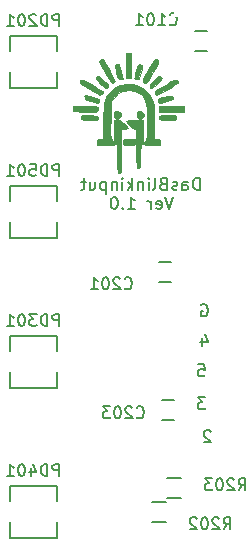
<source format=gbo>
G04 #@! TF.FileFunction,Legend,Bot*
%FSLAX46Y46*%
G04 Gerber Fmt 4.6, Leading zero omitted, Abs format (unit mm)*
G04 Created by KiCad (PCBNEW 0.201505220134+5676~23~ubuntu14.04.1-product) date Mon 25 May 2015 02:30:49 PM EDT*
%MOMM*%
G01*
G04 APERTURE LIST*
%ADD10C,0.100000*%
%ADD11C,0.203200*%
%ADD12C,0.150000*%
%ADD13R,1.500000X1.250000*%
%ADD14R,2.032000X2.032000*%
%ADD15O,2.032000X2.032000*%
%ADD16R,1.500000X1.300000*%
%ADD17R,4.200000X1.800000*%
%ADD18R,2.032000X1.727200*%
%ADD19O,2.032000X1.727200*%
%ADD20R,2.235200X2.235200*%
%ADD21C,2.000000*%
%ADD22O,2.200000X2.200000*%
G04 APERTURE END LIST*
D10*
D11*
X98406856Y-84736819D02*
X98406856Y-83720819D01*
X98164951Y-83720819D01*
X98019809Y-83769200D01*
X97923047Y-83865962D01*
X97874666Y-83962724D01*
X97826285Y-84156248D01*
X97826285Y-84301390D01*
X97874666Y-84494914D01*
X97923047Y-84591676D01*
X98019809Y-84688438D01*
X98164951Y-84736819D01*
X98406856Y-84736819D01*
X96955428Y-84736819D02*
X96955428Y-84204629D01*
X97003809Y-84107867D01*
X97100571Y-84059486D01*
X97294094Y-84059486D01*
X97390856Y-84107867D01*
X96955428Y-84688438D02*
X97052190Y-84736819D01*
X97294094Y-84736819D01*
X97390856Y-84688438D01*
X97439237Y-84591676D01*
X97439237Y-84494914D01*
X97390856Y-84398152D01*
X97294094Y-84349771D01*
X97052190Y-84349771D01*
X96955428Y-84301390D01*
X96519999Y-84688438D02*
X96423237Y-84736819D01*
X96229713Y-84736819D01*
X96132952Y-84688438D01*
X96084571Y-84591676D01*
X96084571Y-84543295D01*
X96132952Y-84446533D01*
X96229713Y-84398152D01*
X96374856Y-84398152D01*
X96471618Y-84349771D01*
X96519999Y-84253010D01*
X96519999Y-84204629D01*
X96471618Y-84107867D01*
X96374856Y-84059486D01*
X96229713Y-84059486D01*
X96132952Y-84107867D01*
X95310476Y-84204629D02*
X95165333Y-84253010D01*
X95116952Y-84301390D01*
X95068571Y-84398152D01*
X95068571Y-84543295D01*
X95116952Y-84640057D01*
X95165333Y-84688438D01*
X95262095Y-84736819D01*
X95649142Y-84736819D01*
X95649142Y-83720819D01*
X95310476Y-83720819D01*
X95213714Y-83769200D01*
X95165333Y-83817581D01*
X95116952Y-83914343D01*
X95116952Y-84011105D01*
X95165333Y-84107867D01*
X95213714Y-84156248D01*
X95310476Y-84204629D01*
X95649142Y-84204629D01*
X94487999Y-84736819D02*
X94584761Y-84688438D01*
X94633142Y-84591676D01*
X94633142Y-83720819D01*
X94100952Y-84736819D02*
X94100952Y-84059486D01*
X94100952Y-83720819D02*
X94149333Y-83769200D01*
X94100952Y-83817581D01*
X94052571Y-83769200D01*
X94100952Y-83720819D01*
X94100952Y-83817581D01*
X93617142Y-84059486D02*
X93617142Y-84736819D01*
X93617142Y-84156248D02*
X93568761Y-84107867D01*
X93471999Y-84059486D01*
X93326857Y-84059486D01*
X93230095Y-84107867D01*
X93181714Y-84204629D01*
X93181714Y-84736819D01*
X92697904Y-84736819D02*
X92697904Y-83720819D01*
X92601142Y-84349771D02*
X92310857Y-84736819D01*
X92310857Y-84059486D02*
X92697904Y-84446533D01*
X91875428Y-84736819D02*
X91875428Y-84059486D01*
X91875428Y-83720819D02*
X91923809Y-83769200D01*
X91875428Y-83817581D01*
X91827047Y-83769200D01*
X91875428Y-83720819D01*
X91875428Y-83817581D01*
X91391618Y-84059486D02*
X91391618Y-84736819D01*
X91391618Y-84156248D02*
X91343237Y-84107867D01*
X91246475Y-84059486D01*
X91101333Y-84059486D01*
X91004571Y-84107867D01*
X90956190Y-84204629D01*
X90956190Y-84736819D01*
X90472380Y-84059486D02*
X90472380Y-85075486D01*
X90472380Y-84107867D02*
X90375618Y-84059486D01*
X90182095Y-84059486D01*
X90085333Y-84107867D01*
X90036952Y-84156248D01*
X89988571Y-84253010D01*
X89988571Y-84543295D01*
X90036952Y-84640057D01*
X90085333Y-84688438D01*
X90182095Y-84736819D01*
X90375618Y-84736819D01*
X90472380Y-84688438D01*
X89117714Y-84059486D02*
X89117714Y-84736819D01*
X89553142Y-84059486D02*
X89553142Y-84591676D01*
X89504761Y-84688438D01*
X89407999Y-84736819D01*
X89262857Y-84736819D01*
X89166095Y-84688438D01*
X89117714Y-84640057D01*
X88779047Y-84059486D02*
X88391999Y-84059486D01*
X88633904Y-83720819D02*
X88633904Y-84591676D01*
X88585523Y-84688438D01*
X88488761Y-84736819D01*
X88391999Y-84736819D01*
X96157142Y-85346419D02*
X95818475Y-86362419D01*
X95479809Y-85346419D01*
X94754095Y-86314038D02*
X94850857Y-86362419D01*
X95044380Y-86362419D01*
X95141142Y-86314038D01*
X95189523Y-86217276D01*
X95189523Y-85830229D01*
X95141142Y-85733467D01*
X95044380Y-85685086D01*
X94850857Y-85685086D01*
X94754095Y-85733467D01*
X94705714Y-85830229D01*
X94705714Y-85926990D01*
X95189523Y-86023752D01*
X94270285Y-86362419D02*
X94270285Y-85685086D01*
X94270285Y-85878610D02*
X94221904Y-85781848D01*
X94173523Y-85733467D01*
X94076761Y-85685086D01*
X93980000Y-85685086D01*
X92335048Y-86362419D02*
X92915619Y-86362419D01*
X92625333Y-86362419D02*
X92625333Y-85346419D01*
X92722095Y-85491562D01*
X92818857Y-85588324D01*
X92915619Y-85636705D01*
X91899619Y-86265657D02*
X91851238Y-86314038D01*
X91899619Y-86362419D01*
X91948000Y-86314038D01*
X91899619Y-86265657D01*
X91899619Y-86362419D01*
X91222285Y-85346419D02*
X91125524Y-85346419D01*
X91028762Y-85394800D01*
X90980381Y-85443181D01*
X90932000Y-85539943D01*
X90883619Y-85733467D01*
X90883619Y-85975371D01*
X90932000Y-86168895D01*
X90980381Y-86265657D01*
X91028762Y-86314038D01*
X91125524Y-86362419D01*
X91222285Y-86362419D01*
X91319047Y-86314038D01*
X91367428Y-86265657D01*
X91415809Y-86168895D01*
X91464190Y-85975371D01*
X91464190Y-85733467D01*
X91415809Y-85539943D01*
X91367428Y-85443181D01*
X91319047Y-85394800D01*
X91222285Y-85346419D01*
X98539905Y-94488000D02*
X98636667Y-94439619D01*
X98781810Y-94439619D01*
X98926952Y-94488000D01*
X99023714Y-94584762D01*
X99072095Y-94681524D01*
X99120476Y-94875048D01*
X99120476Y-95020190D01*
X99072095Y-95213714D01*
X99023714Y-95310476D01*
X98926952Y-95407238D01*
X98781810Y-95455619D01*
X98685048Y-95455619D01*
X98539905Y-95407238D01*
X98491524Y-95358857D01*
X98491524Y-95020190D01*
X98685048Y-95020190D01*
X98612476Y-97318286D02*
X98612476Y-97995619D01*
X98854380Y-96931238D02*
X99096285Y-97656952D01*
X98467333Y-97656952D01*
X98310095Y-99519619D02*
X98793904Y-99519619D01*
X98842285Y-100003429D01*
X98793904Y-99955048D01*
X98697142Y-99906667D01*
X98455238Y-99906667D01*
X98358476Y-99955048D01*
X98310095Y-100003429D01*
X98261714Y-100100190D01*
X98261714Y-100342095D01*
X98310095Y-100438857D01*
X98358476Y-100487238D01*
X98455238Y-100535619D01*
X98697142Y-100535619D01*
X98793904Y-100487238D01*
X98842285Y-100438857D01*
X98890666Y-102313619D02*
X98261714Y-102313619D01*
X98600380Y-102700667D01*
X98455238Y-102700667D01*
X98358476Y-102749048D01*
X98310095Y-102797429D01*
X98261714Y-102894190D01*
X98261714Y-103136095D01*
X98310095Y-103232857D01*
X98358476Y-103281238D01*
X98455238Y-103329619D01*
X98745523Y-103329619D01*
X98842285Y-103281238D01*
X98890666Y-103232857D01*
X99350285Y-105204381D02*
X99301904Y-105156000D01*
X99205142Y-105107619D01*
X98963238Y-105107619D01*
X98866476Y-105156000D01*
X98818095Y-105204381D01*
X98769714Y-105301143D01*
X98769714Y-105397905D01*
X98818095Y-105543048D01*
X99398666Y-106123619D01*
X98769714Y-106123619D01*
D12*
X98052000Y-71286000D02*
X99052000Y-71286000D01*
X99052000Y-72986000D02*
X98052000Y-72986000D01*
X95004000Y-90844000D02*
X96004000Y-90844000D01*
X96004000Y-92544000D02*
X95004000Y-92544000D01*
X96258000Y-104228000D02*
X95258000Y-104228000D01*
X95258000Y-102528000D02*
X96258000Y-102528000D01*
X96866000Y-109107000D02*
X95666000Y-109107000D01*
X95666000Y-110857000D02*
X96866000Y-110857000D01*
X94396000Y-112889000D02*
X95596000Y-112889000D01*
X95596000Y-111139000D02*
X94396000Y-111139000D01*
X82328000Y-76114000D02*
X82328000Y-71714000D01*
X82328000Y-71714000D02*
X86328000Y-71714000D01*
X86328000Y-76114000D02*
X86328000Y-71714000D01*
X82328000Y-76114000D02*
X86328000Y-76114000D01*
X82328000Y-101514000D02*
X82328000Y-97114000D01*
X82328000Y-97114000D02*
X86328000Y-97114000D01*
X86328000Y-101514000D02*
X86328000Y-97114000D01*
X82328000Y-101514000D02*
X86328000Y-101514000D01*
X82328000Y-114214000D02*
X82328000Y-109814000D01*
X82328000Y-109814000D02*
X86328000Y-109814000D01*
X86328000Y-114214000D02*
X86328000Y-109814000D01*
X82328000Y-114214000D02*
X86328000Y-114214000D01*
X82328000Y-88814000D02*
X82328000Y-84414000D01*
X82328000Y-84414000D02*
X86328000Y-84414000D01*
X86328000Y-88814000D02*
X86328000Y-84414000D01*
X82328000Y-88814000D02*
X86328000Y-88814000D01*
D10*
G36*
X89746666Y-80941333D02*
X90508666Y-80941333D01*
X90901413Y-80931717D01*
X91159945Y-80904118D01*
X91268321Y-80860413D01*
X91270666Y-80851669D01*
X91322536Y-80801103D01*
X91355333Y-80814333D01*
X91388480Y-80917315D01*
X91414664Y-81165812D01*
X91432309Y-81536094D01*
X91439839Y-82004429D01*
X91440000Y-82089330D01*
X91441188Y-82566861D01*
X91447118Y-82900692D01*
X91461340Y-83116453D01*
X91487403Y-83239771D01*
X91528857Y-83296277D01*
X91589251Y-83311599D01*
X91609333Y-83312000D01*
X91664579Y-83305787D01*
X91706288Y-83273256D01*
X91736360Y-83193567D01*
X91756696Y-83045880D01*
X91769194Y-82809355D01*
X91775755Y-82463152D01*
X91778278Y-81986431D01*
X91778666Y-81454444D01*
X91778666Y-79596888D01*
X92071428Y-79570610D01*
X92364190Y-79544333D01*
X92064406Y-79184500D01*
X91860121Y-78964572D01*
X91688361Y-78855893D01*
X91494029Y-78824809D01*
X91475311Y-78824666D01*
X91186000Y-78824666D01*
X91186000Y-79756000D01*
X91186000Y-80687333D01*
X91011485Y-80512818D01*
X90949775Y-80442289D01*
X90905250Y-80355731D01*
X90875710Y-80227575D01*
X90858954Y-80032252D01*
X90852782Y-79744194D01*
X90854992Y-79337831D01*
X90863319Y-78791441D01*
X90889666Y-77244578D01*
X91134483Y-76923894D01*
X91495468Y-76580942D01*
X91932307Y-76371693D01*
X92410085Y-76301770D01*
X92893889Y-76376796D01*
X93307232Y-76573971D01*
X93529301Y-76740255D01*
X93697051Y-76923175D01*
X93817828Y-77148495D01*
X93898981Y-77441977D01*
X93947859Y-77829385D01*
X93971810Y-78336481D01*
X93978140Y-78926137D01*
X93978021Y-79446221D01*
X93973709Y-79824860D01*
X93961643Y-80089939D01*
X93938258Y-80269345D01*
X93899992Y-80390966D01*
X93843283Y-80482687D01*
X93768333Y-80568334D01*
X93628968Y-80736709D01*
X93558698Y-80856840D01*
X93556666Y-80869029D01*
X93635019Y-80900869D01*
X93844896Y-80925555D01*
X94148525Y-80939504D01*
X94318666Y-80941333D01*
X95080666Y-80941333D01*
X95080666Y-80687333D01*
X95059687Y-80507425D01*
X94960727Y-80441114D01*
X94826666Y-80433333D01*
X94572666Y-80433333D01*
X94572194Y-79057500D01*
X94567430Y-78444749D01*
X94549730Y-77969863D01*
X94513270Y-77601524D01*
X94452223Y-77308413D01*
X94360767Y-77059211D01*
X94233075Y-76822600D01*
X94125886Y-76657778D01*
X93739368Y-76226212D01*
X93276329Y-75929969D01*
X92763723Y-75770333D01*
X92228506Y-75748586D01*
X91697632Y-75866013D01*
X91198055Y-76123895D01*
X90778523Y-76498414D01*
X90603426Y-76714932D01*
X90471709Y-76931730D01*
X90377395Y-77177143D01*
X90314510Y-77479509D01*
X90277078Y-77867163D01*
X90259124Y-78368442D01*
X90254666Y-78982656D01*
X90254666Y-80433333D01*
X90000666Y-80433333D01*
X89820758Y-80454312D01*
X89754448Y-80553273D01*
X89746666Y-80687333D01*
X89746666Y-80941333D01*
X89746666Y-80941333D01*
X89746666Y-80941333D01*
G37*
X89746666Y-80941333D02*
X90508666Y-80941333D01*
X90901413Y-80931717D01*
X91159945Y-80904118D01*
X91268321Y-80860413D01*
X91270666Y-80851669D01*
X91322536Y-80801103D01*
X91355333Y-80814333D01*
X91388480Y-80917315D01*
X91414664Y-81165812D01*
X91432309Y-81536094D01*
X91439839Y-82004429D01*
X91440000Y-82089330D01*
X91441188Y-82566861D01*
X91447118Y-82900692D01*
X91461340Y-83116453D01*
X91487403Y-83239771D01*
X91528857Y-83296277D01*
X91589251Y-83311599D01*
X91609333Y-83312000D01*
X91664579Y-83305787D01*
X91706288Y-83273256D01*
X91736360Y-83193567D01*
X91756696Y-83045880D01*
X91769194Y-82809355D01*
X91775755Y-82463152D01*
X91778278Y-81986431D01*
X91778666Y-81454444D01*
X91778666Y-79596888D01*
X92071428Y-79570610D01*
X92364190Y-79544333D01*
X92064406Y-79184500D01*
X91860121Y-78964572D01*
X91688361Y-78855893D01*
X91494029Y-78824809D01*
X91475311Y-78824666D01*
X91186000Y-78824666D01*
X91186000Y-79756000D01*
X91186000Y-80687333D01*
X91011485Y-80512818D01*
X90949775Y-80442289D01*
X90905250Y-80355731D01*
X90875710Y-80227575D01*
X90858954Y-80032252D01*
X90852782Y-79744194D01*
X90854992Y-79337831D01*
X90863319Y-78791441D01*
X90889666Y-77244578D01*
X91134483Y-76923894D01*
X91495468Y-76580942D01*
X91932307Y-76371693D01*
X92410085Y-76301770D01*
X92893889Y-76376796D01*
X93307232Y-76573971D01*
X93529301Y-76740255D01*
X93697051Y-76923175D01*
X93817828Y-77148495D01*
X93898981Y-77441977D01*
X93947859Y-77829385D01*
X93971810Y-78336481D01*
X93978140Y-78926137D01*
X93978021Y-79446221D01*
X93973709Y-79824860D01*
X93961643Y-80089939D01*
X93938258Y-80269345D01*
X93899992Y-80390966D01*
X93843283Y-80482687D01*
X93768333Y-80568334D01*
X93628968Y-80736709D01*
X93558698Y-80856840D01*
X93556666Y-80869029D01*
X93635019Y-80900869D01*
X93844896Y-80925555D01*
X94148525Y-80939504D01*
X94318666Y-80941333D01*
X95080666Y-80941333D01*
X95080666Y-80687333D01*
X95059687Y-80507425D01*
X94960727Y-80441114D01*
X94826666Y-80433333D01*
X94572666Y-80433333D01*
X94572194Y-79057500D01*
X94567430Y-78444749D01*
X94549730Y-77969863D01*
X94513270Y-77601524D01*
X94452223Y-77308413D01*
X94360767Y-77059211D01*
X94233075Y-76822600D01*
X94125886Y-76657778D01*
X93739368Y-76226212D01*
X93276329Y-75929969D01*
X92763723Y-75770333D01*
X92228506Y-75748586D01*
X91697632Y-75866013D01*
X91198055Y-76123895D01*
X90778523Y-76498414D01*
X90603426Y-76714932D01*
X90471709Y-76931730D01*
X90377395Y-77177143D01*
X90314510Y-77479509D01*
X90277078Y-77867163D01*
X90259124Y-78368442D01*
X90254666Y-78982656D01*
X90254666Y-80433333D01*
X90000666Y-80433333D01*
X89820758Y-80454312D01*
X89754448Y-80553273D01*
X89746666Y-80687333D01*
X89746666Y-80941333D01*
X89746666Y-80941333D01*
G36*
X92216111Y-78888166D02*
X92369093Y-79157682D01*
X92558962Y-79391614D01*
X92745999Y-79546820D01*
X92858166Y-79585618D01*
X93048666Y-79586666D01*
X93048666Y-81237666D01*
X93050826Y-81825154D01*
X93058171Y-82262358D01*
X93072001Y-82568287D01*
X93093616Y-82761944D01*
X93124316Y-82862337D01*
X93161555Y-82888666D01*
X93305551Y-82851057D01*
X93330889Y-82832222D01*
X93353862Y-82729459D01*
X93372844Y-82494202D01*
X93385647Y-82163280D01*
X93390026Y-81837388D01*
X93398761Y-81367688D01*
X93423784Y-81041075D01*
X93468059Y-80831830D01*
X93517026Y-80734651D01*
X93580484Y-80591037D01*
X93620031Y-80345074D01*
X93638770Y-79970857D01*
X93641333Y-79697484D01*
X93641333Y-78824666D01*
X92914611Y-78824666D01*
X92591925Y-78831443D01*
X92349760Y-78849551D01*
X92224816Y-78875653D01*
X92216111Y-78888166D01*
X92216111Y-78888166D01*
X92216111Y-78888166D01*
G37*
X92216111Y-78888166D02*
X92369093Y-79157682D01*
X92558962Y-79391614D01*
X92745999Y-79546820D01*
X92858166Y-79585618D01*
X93048666Y-79586666D01*
X93048666Y-81237666D01*
X93050826Y-81825154D01*
X93058171Y-82262358D01*
X93072001Y-82568287D01*
X93093616Y-82761944D01*
X93124316Y-82862337D01*
X93161555Y-82888666D01*
X93305551Y-82851057D01*
X93330889Y-82832222D01*
X93353862Y-82729459D01*
X93372844Y-82494202D01*
X93385647Y-82163280D01*
X93390026Y-81837388D01*
X93398761Y-81367688D01*
X93423784Y-81041075D01*
X93468059Y-80831830D01*
X93517026Y-80734651D01*
X93580484Y-80591037D01*
X93620031Y-80345074D01*
X93638770Y-79970857D01*
X93641333Y-79697484D01*
X93641333Y-78824666D01*
X92914611Y-78824666D01*
X92591925Y-78831443D01*
X92349760Y-78849551D01*
X92224816Y-78875653D01*
X92216111Y-78888166D01*
X92216111Y-78888166D01*
G36*
X91948000Y-80687333D02*
X91954652Y-80827931D01*
X92001216Y-80903818D01*
X92127605Y-80934951D01*
X92373730Y-80941285D01*
X92456000Y-80941333D01*
X92737195Y-80938007D01*
X92888970Y-80914725D01*
X92951236Y-80851530D01*
X92963905Y-80728468D01*
X92964000Y-80687333D01*
X92957348Y-80546735D01*
X92910784Y-80470848D01*
X92784395Y-80439715D01*
X92538269Y-80433380D01*
X92456000Y-80433333D01*
X92174804Y-80436659D01*
X92023030Y-80459941D01*
X91960764Y-80523135D01*
X91948095Y-80646198D01*
X91948000Y-80687333D01*
X91948000Y-80687333D01*
X91948000Y-80687333D01*
G37*
X91948000Y-80687333D02*
X91954652Y-80827931D01*
X92001216Y-80903818D01*
X92127605Y-80934951D01*
X92373730Y-80941285D01*
X92456000Y-80941333D01*
X92737195Y-80938007D01*
X92888970Y-80914725D01*
X92951236Y-80851530D01*
X92963905Y-80728468D01*
X92964000Y-80687333D01*
X92957348Y-80546735D01*
X92910784Y-80470848D01*
X92784395Y-80439715D01*
X92538269Y-80433380D01*
X92456000Y-80433333D01*
X92174804Y-80436659D01*
X92023030Y-80459941D01*
X91960764Y-80523135D01*
X91948095Y-80646198D01*
X91948000Y-80687333D01*
X91948000Y-80687333D01*
G36*
X94996000Y-78613000D02*
X95002607Y-78715498D01*
X95044781Y-78778054D01*
X95156045Y-78810527D01*
X95369926Y-78822777D01*
X95715666Y-78824666D01*
X96064163Y-78822723D01*
X96276852Y-78810319D01*
X96387260Y-78777594D01*
X96428912Y-78714688D01*
X96435333Y-78613000D01*
X96428726Y-78510501D01*
X96386552Y-78447945D01*
X96275288Y-78415472D01*
X96061407Y-78403222D01*
X95715666Y-78401333D01*
X95367170Y-78403276D01*
X95154481Y-78415680D01*
X95044073Y-78448405D01*
X95002421Y-78511311D01*
X94996000Y-78613000D01*
X94996000Y-78613000D01*
X94996000Y-78613000D01*
G37*
X94996000Y-78613000D02*
X95002607Y-78715498D01*
X95044781Y-78778054D01*
X95156045Y-78810527D01*
X95369926Y-78822777D01*
X95715666Y-78824666D01*
X96064163Y-78822723D01*
X96276852Y-78810319D01*
X96387260Y-78777594D01*
X96428912Y-78714688D01*
X96435333Y-78613000D01*
X96428726Y-78510501D01*
X96386552Y-78447945D01*
X96275288Y-78415472D01*
X96061407Y-78403222D01*
X95715666Y-78401333D01*
X95367170Y-78403276D01*
X95154481Y-78415680D01*
X95044073Y-78448405D01*
X95002421Y-78511311D01*
X94996000Y-78613000D01*
X94996000Y-78613000D01*
G36*
X88392000Y-78609575D02*
X88398156Y-78713392D01*
X88438889Y-78776910D01*
X88547591Y-78810028D01*
X88757658Y-78822647D01*
X89102483Y-78824666D01*
X89117555Y-78824666D01*
X89467465Y-78822508D01*
X89680093Y-78810208D01*
X89787486Y-78779025D01*
X89821688Y-78720221D01*
X89816055Y-78634166D01*
X89790448Y-78540003D01*
X89722923Y-78481253D01*
X89578280Y-78447483D01*
X89321316Y-78428257D01*
X89090500Y-78419075D01*
X88748366Y-78408793D01*
X88541455Y-78413777D01*
X88435760Y-78443301D01*
X88397277Y-78506639D01*
X88392000Y-78609575D01*
X88392000Y-78609575D01*
X88392000Y-78609575D01*
G37*
X88392000Y-78609575D02*
X88398156Y-78713392D01*
X88438889Y-78776910D01*
X88547591Y-78810028D01*
X88757658Y-78822647D01*
X89102483Y-78824666D01*
X89117555Y-78824666D01*
X89467465Y-78822508D01*
X89680093Y-78810208D01*
X89787486Y-78779025D01*
X89821688Y-78720221D01*
X89816055Y-78634166D01*
X89790448Y-78540003D01*
X89722923Y-78481253D01*
X89578280Y-78447483D01*
X89321316Y-78428257D01*
X89090500Y-78419075D01*
X88748366Y-78408793D01*
X88541455Y-78413777D01*
X88435760Y-78443301D01*
X88397277Y-78506639D01*
X88392000Y-78609575D01*
X88392000Y-78609575D01*
G36*
X93080815Y-78284771D02*
X93081821Y-78522164D01*
X93191451Y-78677390D01*
X93366728Y-78723412D01*
X93564674Y-78633193D01*
X93592952Y-78606952D01*
X93708763Y-78449082D01*
X93688014Y-78304323D01*
X93558587Y-78149253D01*
X93362921Y-78033335D01*
X93194403Y-78078124D01*
X93083341Y-78275023D01*
X93080815Y-78284771D01*
X93080815Y-78284771D01*
X93080815Y-78284771D01*
G37*
X93080815Y-78284771D02*
X93081821Y-78522164D01*
X93191451Y-78677390D01*
X93366728Y-78723412D01*
X93564674Y-78633193D01*
X93592952Y-78606952D01*
X93708763Y-78449082D01*
X93688014Y-78304323D01*
X93558587Y-78149253D01*
X93362921Y-78033335D01*
X93194403Y-78078124D01*
X93083341Y-78275023D01*
X93080815Y-78284771D01*
X93080815Y-78284771D01*
G36*
X91133481Y-78284771D02*
X91134488Y-78522164D01*
X91244118Y-78677390D01*
X91419394Y-78723412D01*
X91617340Y-78633193D01*
X91645619Y-78606952D01*
X91767358Y-78409894D01*
X91720580Y-78228025D01*
X91599613Y-78116188D01*
X91382970Y-78030940D01*
X91219019Y-78104582D01*
X91133481Y-78284771D01*
X91133481Y-78284771D01*
X91133481Y-78284771D01*
G37*
X91133481Y-78284771D02*
X91134488Y-78522164D01*
X91244118Y-78677390D01*
X91419394Y-78723412D01*
X91617340Y-78633193D01*
X91645619Y-78606952D01*
X91767358Y-78409894D01*
X91720580Y-78228025D01*
X91599613Y-78116188D01*
X91382970Y-78030940D01*
X91219019Y-78104582D01*
X91133481Y-78284771D01*
X91133481Y-78284771D01*
G36*
X94996000Y-78147333D02*
X96054333Y-78147333D01*
X97112666Y-78147333D01*
X97112666Y-77893333D01*
X97112666Y-77639333D01*
X96054333Y-77639333D01*
X94996000Y-77639333D01*
X94996000Y-77893333D01*
X94996000Y-78147333D01*
X94996000Y-78147333D01*
X94996000Y-78147333D01*
G37*
X94996000Y-78147333D02*
X96054333Y-78147333D01*
X97112666Y-78147333D01*
X97112666Y-77893333D01*
X97112666Y-77639333D01*
X96054333Y-77639333D01*
X94996000Y-77639333D01*
X94996000Y-77893333D01*
X94996000Y-78147333D01*
X94996000Y-78147333D01*
G36*
X87672333Y-78105000D02*
X88711152Y-78128785D01*
X89157555Y-78135854D01*
X89462294Y-78131178D01*
X89652797Y-78112091D01*
X89756489Y-78075925D01*
X89799710Y-78022952D01*
X89815891Y-77829626D01*
X89799710Y-77763714D01*
X89753349Y-77708737D01*
X89646386Y-77673386D01*
X89451395Y-77654994D01*
X89140951Y-77650896D01*
X88711152Y-77657880D01*
X87672333Y-77681666D01*
X87672333Y-77893333D01*
X87672333Y-78105000D01*
X87672333Y-78105000D01*
X87672333Y-78105000D01*
G37*
X87672333Y-78105000D02*
X88711152Y-78128785D01*
X89157555Y-78135854D01*
X89462294Y-78131178D01*
X89652797Y-78112091D01*
X89756489Y-78075925D01*
X89799710Y-78022952D01*
X89815891Y-77829626D01*
X89799710Y-77763714D01*
X89753349Y-77708737D01*
X89646386Y-77673386D01*
X89451395Y-77654994D01*
X89140951Y-77650896D01*
X88711152Y-77657880D01*
X87672333Y-77681666D01*
X87672333Y-77893333D01*
X87672333Y-78105000D01*
X87672333Y-78105000D01*
G36*
X94879890Y-77093692D02*
X94895753Y-77239952D01*
X94966835Y-77357240D01*
X95027041Y-77378558D01*
X95155116Y-77353213D01*
X95390035Y-77294313D01*
X95624309Y-77230391D01*
X95941017Y-77128054D01*
X96111189Y-77032647D01*
X96155706Y-76925710D01*
X96105850Y-76804755D01*
X95983863Y-76755236D01*
X95724409Y-76780629D01*
X95322624Y-76881761D01*
X94939072Y-77003078D01*
X94879890Y-77093692D01*
X94879890Y-77093692D01*
X94879890Y-77093692D01*
G37*
X94879890Y-77093692D02*
X94895753Y-77239952D01*
X94966835Y-77357240D01*
X95027041Y-77378558D01*
X95155116Y-77353213D01*
X95390035Y-77294313D01*
X95624309Y-77230391D01*
X95941017Y-77128054D01*
X96111189Y-77032647D01*
X96155706Y-76925710D01*
X96105850Y-76804755D01*
X95983863Y-76755236D01*
X95724409Y-76780629D01*
X95322624Y-76881761D01*
X94939072Y-77003078D01*
X94879890Y-77093692D01*
X94879890Y-77093692D01*
G36*
X88654949Y-76793774D02*
X88661278Y-76893838D01*
X88713921Y-77012612D01*
X88855545Y-77110074D01*
X89121464Y-77208499D01*
X89196333Y-77231355D01*
X89499671Y-77320753D01*
X89680368Y-77367197D01*
X89777944Y-77376498D01*
X89831918Y-77354469D01*
X89859555Y-77328888D01*
X89909940Y-77202787D01*
X89916000Y-77134928D01*
X89854541Y-77036270D01*
X89658033Y-76939721D01*
X89372936Y-76852705D01*
X89022297Y-76762829D01*
X88805153Y-76721927D01*
X88692404Y-76731681D01*
X88654949Y-76793774D01*
X88654949Y-76793774D01*
X88654949Y-76793774D01*
G37*
X88654949Y-76793774D02*
X88661278Y-76893838D01*
X88713921Y-77012612D01*
X88855545Y-77110074D01*
X89121464Y-77208499D01*
X89196333Y-77231355D01*
X89499671Y-77320753D01*
X89680368Y-77367197D01*
X89777944Y-77376498D01*
X89831918Y-77354469D01*
X89859555Y-77328888D01*
X89909940Y-77202787D01*
X89916000Y-77134928D01*
X89854541Y-77036270D01*
X89658033Y-76939721D01*
X89372936Y-76852705D01*
X89022297Y-76762829D01*
X88805153Y-76721927D01*
X88692404Y-76731681D01*
X88654949Y-76793774D01*
X88654949Y-76793774D01*
G36*
X94602382Y-76487869D02*
X94661253Y-76634380D01*
X94772048Y-76707879D01*
X94776757Y-76708000D01*
X94885905Y-76666940D01*
X95107187Y-76555266D01*
X95407988Y-76390236D01*
X95741366Y-76197587D01*
X96077902Y-75992895D01*
X96353091Y-75814628D01*
X96538237Y-75682141D01*
X96604666Y-75615287D01*
X96547068Y-75505566D01*
X96487962Y-75446544D01*
X96402349Y-75420842D01*
X96255555Y-75454894D01*
X96023293Y-75558283D01*
X95681276Y-75740593D01*
X95535462Y-75822378D01*
X95195493Y-76016988D01*
X94909671Y-76184979D01*
X94710628Y-76306889D01*
X94633391Y-76360376D01*
X94602382Y-76487869D01*
X94602382Y-76487869D01*
X94602382Y-76487869D01*
G37*
X94602382Y-76487869D02*
X94661253Y-76634380D01*
X94772048Y-76707879D01*
X94776757Y-76708000D01*
X94885905Y-76666940D01*
X95107187Y-76555266D01*
X95407988Y-76390236D01*
X95741366Y-76197587D01*
X96077902Y-75992895D01*
X96353091Y-75814628D01*
X96538237Y-75682141D01*
X96604666Y-75615287D01*
X96547068Y-75505566D01*
X96487962Y-75446544D01*
X96402349Y-75420842D01*
X96255555Y-75454894D01*
X96023293Y-75558283D01*
X95681276Y-75740593D01*
X95535462Y-75822378D01*
X95195493Y-76016988D01*
X94909671Y-76184979D01*
X94710628Y-76306889D01*
X94633391Y-76360376D01*
X94602382Y-76487869D01*
X94602382Y-76487869D01*
G36*
X88246131Y-75607419D02*
X88255033Y-75675873D01*
X88344522Y-75748933D01*
X88544130Y-75881803D01*
X88817035Y-76052557D01*
X89126413Y-76239272D01*
X89435442Y-76420023D01*
X89707299Y-76572884D01*
X89905161Y-76675931D01*
X89988504Y-76708000D01*
X90096416Y-76655245D01*
X90153066Y-76606400D01*
X90242104Y-76484042D01*
X90254666Y-76440699D01*
X90185110Y-76377066D01*
X89995406Y-76250236D01*
X89714006Y-76078211D01*
X89369360Y-75878989D01*
X89346417Y-75866072D01*
X88957427Y-75651313D01*
X88687098Y-75514168D01*
X88509209Y-75444601D01*
X88397539Y-75432575D01*
X88325866Y-75468053D01*
X88320399Y-75473315D01*
X88246131Y-75607419D01*
X88246131Y-75607419D01*
X88246131Y-75607419D01*
G37*
X88246131Y-75607419D02*
X88255033Y-75675873D01*
X88344522Y-75748933D01*
X88544130Y-75881803D01*
X88817035Y-76052557D01*
X89126413Y-76239272D01*
X89435442Y-76420023D01*
X89707299Y-76572884D01*
X89905161Y-76675931D01*
X89988504Y-76708000D01*
X90096416Y-76655245D01*
X90153066Y-76606400D01*
X90242104Y-76484042D01*
X90254666Y-76440699D01*
X90185110Y-76377066D01*
X89995406Y-76250236D01*
X89714006Y-76078211D01*
X89369360Y-75878989D01*
X89346417Y-75866072D01*
X88957427Y-75651313D01*
X88687098Y-75514168D01*
X88509209Y-75444601D01*
X88397539Y-75432575D01*
X88325866Y-75468053D01*
X88320399Y-75473315D01*
X88246131Y-75607419D01*
X88246131Y-75607419D01*
G36*
X94165717Y-75977920D02*
X94237741Y-76082385D01*
X94260664Y-76102328D01*
X94349983Y-76122716D01*
X94485564Y-76049921D01*
X94691963Y-75868185D01*
X94813804Y-75747358D01*
X95037094Y-75516654D01*
X95155890Y-75371229D01*
X95186446Y-75277646D01*
X95145018Y-75202466D01*
X95099815Y-75158995D01*
X95008852Y-75092028D01*
X94920553Y-75091996D01*
X94798146Y-75176346D01*
X94604855Y-75362523D01*
X94546675Y-75421408D01*
X94307670Y-75677226D01*
X94184855Y-75852798D01*
X94165717Y-75977920D01*
X94165717Y-75977920D01*
X94165717Y-75977920D01*
G37*
X94165717Y-75977920D02*
X94237741Y-76082385D01*
X94260664Y-76102328D01*
X94349983Y-76122716D01*
X94485564Y-76049921D01*
X94691963Y-75868185D01*
X94813804Y-75747358D01*
X95037094Y-75516654D01*
X95155890Y-75371229D01*
X95186446Y-75277646D01*
X95145018Y-75202466D01*
X95099815Y-75158995D01*
X95008852Y-75092028D01*
X94920553Y-75091996D01*
X94798146Y-75176346D01*
X94604855Y-75362523D01*
X94546675Y-75421408D01*
X94307670Y-75677226D01*
X94184855Y-75852798D01*
X94165717Y-75977920D01*
X94165717Y-75977920D01*
G36*
X89617231Y-75233282D02*
X89651305Y-75339687D01*
X89775729Y-75498680D01*
X90008461Y-75740287D01*
X90009562Y-75741388D01*
X90257779Y-75978151D01*
X90421716Y-76101610D01*
X90526499Y-76127708D01*
X90574743Y-76100056D01*
X90656673Y-75985787D01*
X90650469Y-75866101D01*
X90541386Y-75712430D01*
X90314678Y-75496206D01*
X90220732Y-75414186D01*
X89977370Y-75211484D01*
X89824026Y-75109943D01*
X89727867Y-75094183D01*
X89656060Y-75148825D01*
X89655551Y-75149437D01*
X89617231Y-75233282D01*
X89617231Y-75233282D01*
X89617231Y-75233282D01*
G37*
X89617231Y-75233282D02*
X89651305Y-75339687D01*
X89775729Y-75498680D01*
X90008461Y-75740287D01*
X90009562Y-75741388D01*
X90257779Y-75978151D01*
X90421716Y-76101610D01*
X90526499Y-76127708D01*
X90574743Y-76100056D01*
X90656673Y-75985787D01*
X90650469Y-75866101D01*
X90541386Y-75712430D01*
X90314678Y-75496206D01*
X90220732Y-75414186D01*
X89977370Y-75211484D01*
X89824026Y-75109943D01*
X89727867Y-75094183D01*
X89656060Y-75148825D01*
X89655551Y-75149437D01*
X89617231Y-75233282D01*
X89617231Y-75233282D01*
G36*
X93599662Y-75543051D02*
X93654318Y-75617138D01*
X93654920Y-75617522D01*
X93807622Y-75683349D01*
X93922332Y-75624971D01*
X94010925Y-75501500D01*
X94206393Y-75180664D01*
X94408719Y-74833302D01*
X94599138Y-74493595D01*
X94758887Y-74195723D01*
X94869201Y-73973868D01*
X94911315Y-73862210D01*
X94911333Y-73861328D01*
X94843452Y-73757647D01*
X94697926Y-73674918D01*
X94617724Y-73659999D01*
X94563697Y-73728153D01*
X94448671Y-73908836D01*
X94293575Y-74166383D01*
X94119336Y-74465128D01*
X93946884Y-74769406D01*
X93797146Y-75043551D01*
X93729142Y-75174318D01*
X93622287Y-75409278D01*
X93599662Y-75543051D01*
X93599662Y-75543051D01*
X93599662Y-75543051D01*
G37*
X93599662Y-75543051D02*
X93654318Y-75617138D01*
X93654920Y-75617522D01*
X93807622Y-75683349D01*
X93922332Y-75624971D01*
X94010925Y-75501500D01*
X94206393Y-75180664D01*
X94408719Y-74833302D01*
X94599138Y-74493595D01*
X94758887Y-74195723D01*
X94869201Y-73973868D01*
X94911315Y-73862210D01*
X94911333Y-73861328D01*
X94843452Y-73757647D01*
X94697926Y-73674918D01*
X94617724Y-73659999D01*
X94563697Y-73728153D01*
X94448671Y-73908836D01*
X94293575Y-74166383D01*
X94119336Y-74465128D01*
X93946884Y-74769406D01*
X93797146Y-75043551D01*
X93729142Y-75174318D01*
X93622287Y-75409278D01*
X93599662Y-75543051D01*
X93599662Y-75543051D01*
G36*
X89916000Y-73855435D02*
X89955843Y-73975884D01*
X90061970Y-74197207D01*
X90214279Y-74484488D01*
X90392666Y-74802807D01*
X90577027Y-75117249D01*
X90747260Y-75392896D01*
X90883261Y-75594831D01*
X90964928Y-75688137D01*
X90972632Y-75690703D01*
X91115656Y-75647851D01*
X91178281Y-75613895D01*
X91215927Y-75553086D01*
X91196103Y-75434746D01*
X91109334Y-75234935D01*
X90946143Y-74929716D01*
X90818533Y-74705025D01*
X90620184Y-74361120D01*
X90448512Y-74065611D01*
X90323642Y-73853005D01*
X90269149Y-73762965D01*
X90150682Y-73701328D01*
X90004192Y-73732530D01*
X89918226Y-73833388D01*
X89916000Y-73855435D01*
X89916000Y-73855435D01*
X89916000Y-73855435D01*
G37*
X89916000Y-73855435D02*
X89955843Y-73975884D01*
X90061970Y-74197207D01*
X90214279Y-74484488D01*
X90392666Y-74802807D01*
X90577027Y-75117249D01*
X90747260Y-75392896D01*
X90883261Y-75594831D01*
X90964928Y-75688137D01*
X90972632Y-75690703D01*
X91115656Y-75647851D01*
X91178281Y-75613895D01*
X91215927Y-75553086D01*
X91196103Y-75434746D01*
X91109334Y-75234935D01*
X90946143Y-74929716D01*
X90818533Y-74705025D01*
X90620184Y-74361120D01*
X90448512Y-74065611D01*
X90323642Y-73853005D01*
X90269149Y-73762965D01*
X90150682Y-73701328D01*
X90004192Y-73732530D01*
X89918226Y-73833388D01*
X89916000Y-73855435D01*
X89916000Y-73855435D01*
G36*
X92882308Y-75279958D02*
X92948063Y-75342739D01*
X93091574Y-75385229D01*
X93221268Y-75385917D01*
X93250909Y-75366551D01*
X93289109Y-75261834D01*
X93356609Y-75042447D01*
X93433701Y-74773929D01*
X93510449Y-74476730D01*
X93535320Y-74299851D01*
X93510316Y-74203081D01*
X93464208Y-74161472D01*
X93317641Y-74107856D01*
X93267727Y-74110467D01*
X93216387Y-74193934D01*
X93137676Y-74390397D01*
X93048244Y-74649340D01*
X92964738Y-74920248D01*
X92903807Y-75152604D01*
X92882308Y-75279958D01*
X92882308Y-75279958D01*
X92882308Y-75279958D01*
G37*
X92882308Y-75279958D02*
X92948063Y-75342739D01*
X93091574Y-75385229D01*
X93221268Y-75385917D01*
X93250909Y-75366551D01*
X93289109Y-75261834D01*
X93356609Y-75042447D01*
X93433701Y-74773929D01*
X93510449Y-74476730D01*
X93535320Y-74299851D01*
X93510316Y-74203081D01*
X93464208Y-74161472D01*
X93317641Y-74107856D01*
X93267727Y-74110467D01*
X93216387Y-74193934D01*
X93137676Y-74390397D01*
X93048244Y-74649340D01*
X92964738Y-74920248D01*
X92903807Y-75152604D01*
X92882308Y-75279958D01*
X92882308Y-75279958D01*
G36*
X91244181Y-74211125D02*
X91250216Y-74328217D01*
X91301545Y-74543571D01*
X91367565Y-74784268D01*
X91450412Y-75076967D01*
X91515162Y-75294062D01*
X91549672Y-75395084D01*
X91551653Y-75397802D01*
X91635966Y-75389856D01*
X91750720Y-75372870D01*
X91934441Y-75343332D01*
X91766067Y-74735735D01*
X91681083Y-74438875D01*
X91611419Y-74213408D01*
X91570414Y-74102184D01*
X91567560Y-74098004D01*
X91473476Y-74095808D01*
X91368125Y-74121606D01*
X91283474Y-74154765D01*
X91244181Y-74211125D01*
X91244181Y-74211125D01*
X91244181Y-74211125D01*
G37*
X91244181Y-74211125D02*
X91250216Y-74328217D01*
X91301545Y-74543571D01*
X91367565Y-74784268D01*
X91450412Y-75076967D01*
X91515162Y-75294062D01*
X91549672Y-75395084D01*
X91551653Y-75397802D01*
X91635966Y-75389856D01*
X91750720Y-75372870D01*
X91934441Y-75343332D01*
X91766067Y-74735735D01*
X91681083Y-74438875D01*
X91611419Y-74213408D01*
X91570414Y-74102184D01*
X91567560Y-74098004D01*
X91473476Y-74095808D01*
X91368125Y-74121606D01*
X91283474Y-74154765D01*
X91244181Y-74211125D01*
X91244181Y-74211125D01*
G36*
X92202000Y-75268666D02*
X92413666Y-75268666D01*
X92625333Y-75268666D01*
X92625333Y-74210333D01*
X92625333Y-73152000D01*
X92413666Y-73152000D01*
X92202000Y-73152000D01*
X92202000Y-74210333D01*
X92202000Y-75268666D01*
X92202000Y-75268666D01*
X92202000Y-75268666D01*
G37*
X92202000Y-75268666D02*
X92413666Y-75268666D01*
X92625333Y-75268666D01*
X92625333Y-74210333D01*
X92625333Y-73152000D01*
X92413666Y-73152000D01*
X92202000Y-73152000D01*
X92202000Y-74210333D01*
X92202000Y-75268666D01*
X92202000Y-75268666D01*
D12*
X95861047Y-70715143D02*
X95908666Y-70762762D01*
X96051523Y-70810381D01*
X96146761Y-70810381D01*
X96289619Y-70762762D01*
X96384857Y-70667524D01*
X96432476Y-70572286D01*
X96480095Y-70381810D01*
X96480095Y-70238952D01*
X96432476Y-70048476D01*
X96384857Y-69953238D01*
X96289619Y-69858000D01*
X96146761Y-69810381D01*
X96051523Y-69810381D01*
X95908666Y-69858000D01*
X95861047Y-69905619D01*
X94908666Y-70810381D02*
X95480095Y-70810381D01*
X95194381Y-70810381D02*
X95194381Y-69810381D01*
X95289619Y-69953238D01*
X95384857Y-70048476D01*
X95480095Y-70096095D01*
X94289619Y-69810381D02*
X94194380Y-69810381D01*
X94099142Y-69858000D01*
X94051523Y-69905619D01*
X94003904Y-70000857D01*
X93956285Y-70191333D01*
X93956285Y-70429429D01*
X94003904Y-70619905D01*
X94051523Y-70715143D01*
X94099142Y-70762762D01*
X94194380Y-70810381D01*
X94289619Y-70810381D01*
X94384857Y-70762762D01*
X94432476Y-70715143D01*
X94480095Y-70619905D01*
X94527714Y-70429429D01*
X94527714Y-70191333D01*
X94480095Y-70000857D01*
X94432476Y-69905619D01*
X94384857Y-69858000D01*
X94289619Y-69810381D01*
X93003904Y-70810381D02*
X93575333Y-70810381D01*
X93289619Y-70810381D02*
X93289619Y-69810381D01*
X93384857Y-69953238D01*
X93480095Y-70048476D01*
X93575333Y-70096095D01*
X92051047Y-93067143D02*
X92098666Y-93114762D01*
X92241523Y-93162381D01*
X92336761Y-93162381D01*
X92479619Y-93114762D01*
X92574857Y-93019524D01*
X92622476Y-92924286D01*
X92670095Y-92733810D01*
X92670095Y-92590952D01*
X92622476Y-92400476D01*
X92574857Y-92305238D01*
X92479619Y-92210000D01*
X92336761Y-92162381D01*
X92241523Y-92162381D01*
X92098666Y-92210000D01*
X92051047Y-92257619D01*
X91670095Y-92257619D02*
X91622476Y-92210000D01*
X91527238Y-92162381D01*
X91289142Y-92162381D01*
X91193904Y-92210000D01*
X91146285Y-92257619D01*
X91098666Y-92352857D01*
X91098666Y-92448095D01*
X91146285Y-92590952D01*
X91717714Y-93162381D01*
X91098666Y-93162381D01*
X90479619Y-92162381D02*
X90384380Y-92162381D01*
X90289142Y-92210000D01*
X90241523Y-92257619D01*
X90193904Y-92352857D01*
X90146285Y-92543333D01*
X90146285Y-92781429D01*
X90193904Y-92971905D01*
X90241523Y-93067143D01*
X90289142Y-93114762D01*
X90384380Y-93162381D01*
X90479619Y-93162381D01*
X90574857Y-93114762D01*
X90622476Y-93067143D01*
X90670095Y-92971905D01*
X90717714Y-92781429D01*
X90717714Y-92543333D01*
X90670095Y-92352857D01*
X90622476Y-92257619D01*
X90574857Y-92210000D01*
X90479619Y-92162381D01*
X89193904Y-93162381D02*
X89765333Y-93162381D01*
X89479619Y-93162381D02*
X89479619Y-92162381D01*
X89574857Y-92305238D01*
X89670095Y-92400476D01*
X89765333Y-92448095D01*
X93067047Y-103989143D02*
X93114666Y-104036762D01*
X93257523Y-104084381D01*
X93352761Y-104084381D01*
X93495619Y-104036762D01*
X93590857Y-103941524D01*
X93638476Y-103846286D01*
X93686095Y-103655810D01*
X93686095Y-103512952D01*
X93638476Y-103322476D01*
X93590857Y-103227238D01*
X93495619Y-103132000D01*
X93352761Y-103084381D01*
X93257523Y-103084381D01*
X93114666Y-103132000D01*
X93067047Y-103179619D01*
X92686095Y-103179619D02*
X92638476Y-103132000D01*
X92543238Y-103084381D01*
X92305142Y-103084381D01*
X92209904Y-103132000D01*
X92162285Y-103179619D01*
X92114666Y-103274857D01*
X92114666Y-103370095D01*
X92162285Y-103512952D01*
X92733714Y-104084381D01*
X92114666Y-104084381D01*
X91495619Y-103084381D02*
X91400380Y-103084381D01*
X91305142Y-103132000D01*
X91257523Y-103179619D01*
X91209904Y-103274857D01*
X91162285Y-103465333D01*
X91162285Y-103703429D01*
X91209904Y-103893905D01*
X91257523Y-103989143D01*
X91305142Y-104036762D01*
X91400380Y-104084381D01*
X91495619Y-104084381D01*
X91590857Y-104036762D01*
X91638476Y-103989143D01*
X91686095Y-103893905D01*
X91733714Y-103703429D01*
X91733714Y-103465333D01*
X91686095Y-103274857D01*
X91638476Y-103179619D01*
X91590857Y-103132000D01*
X91495619Y-103084381D01*
X90828952Y-103084381D02*
X90209904Y-103084381D01*
X90543238Y-103465333D01*
X90400380Y-103465333D01*
X90305142Y-103512952D01*
X90257523Y-103560571D01*
X90209904Y-103655810D01*
X90209904Y-103893905D01*
X90257523Y-103989143D01*
X90305142Y-104036762D01*
X90400380Y-104084381D01*
X90686095Y-104084381D01*
X90781333Y-104036762D01*
X90828952Y-103989143D01*
X100433047Y-113482381D02*
X100766381Y-113006190D01*
X101004476Y-113482381D02*
X101004476Y-112482381D01*
X100623523Y-112482381D01*
X100528285Y-112530000D01*
X100480666Y-112577619D01*
X100433047Y-112672857D01*
X100433047Y-112815714D01*
X100480666Y-112910952D01*
X100528285Y-112958571D01*
X100623523Y-113006190D01*
X101004476Y-113006190D01*
X100052095Y-112577619D02*
X100004476Y-112530000D01*
X99909238Y-112482381D01*
X99671142Y-112482381D01*
X99575904Y-112530000D01*
X99528285Y-112577619D01*
X99480666Y-112672857D01*
X99480666Y-112768095D01*
X99528285Y-112910952D01*
X100099714Y-113482381D01*
X99480666Y-113482381D01*
X98861619Y-112482381D02*
X98766380Y-112482381D01*
X98671142Y-112530000D01*
X98623523Y-112577619D01*
X98575904Y-112672857D01*
X98528285Y-112863333D01*
X98528285Y-113101429D01*
X98575904Y-113291905D01*
X98623523Y-113387143D01*
X98671142Y-113434762D01*
X98766380Y-113482381D01*
X98861619Y-113482381D01*
X98956857Y-113434762D01*
X99004476Y-113387143D01*
X99052095Y-113291905D01*
X99099714Y-113101429D01*
X99099714Y-112863333D01*
X99052095Y-112672857D01*
X99004476Y-112577619D01*
X98956857Y-112530000D01*
X98861619Y-112482381D01*
X98147333Y-112577619D02*
X98099714Y-112530000D01*
X98004476Y-112482381D01*
X97766380Y-112482381D01*
X97671142Y-112530000D01*
X97623523Y-112577619D01*
X97575904Y-112672857D01*
X97575904Y-112768095D01*
X97623523Y-112910952D01*
X98194952Y-113482381D01*
X97575904Y-113482381D01*
X101703047Y-110180381D02*
X102036381Y-109704190D01*
X102274476Y-110180381D02*
X102274476Y-109180381D01*
X101893523Y-109180381D01*
X101798285Y-109228000D01*
X101750666Y-109275619D01*
X101703047Y-109370857D01*
X101703047Y-109513714D01*
X101750666Y-109608952D01*
X101798285Y-109656571D01*
X101893523Y-109704190D01*
X102274476Y-109704190D01*
X101322095Y-109275619D02*
X101274476Y-109228000D01*
X101179238Y-109180381D01*
X100941142Y-109180381D01*
X100845904Y-109228000D01*
X100798285Y-109275619D01*
X100750666Y-109370857D01*
X100750666Y-109466095D01*
X100798285Y-109608952D01*
X101369714Y-110180381D01*
X100750666Y-110180381D01*
X100131619Y-109180381D02*
X100036380Y-109180381D01*
X99941142Y-109228000D01*
X99893523Y-109275619D01*
X99845904Y-109370857D01*
X99798285Y-109561333D01*
X99798285Y-109799429D01*
X99845904Y-109989905D01*
X99893523Y-110085143D01*
X99941142Y-110132762D01*
X100036380Y-110180381D01*
X100131619Y-110180381D01*
X100226857Y-110132762D01*
X100274476Y-110085143D01*
X100322095Y-109989905D01*
X100369714Y-109799429D01*
X100369714Y-109561333D01*
X100322095Y-109370857D01*
X100274476Y-109275619D01*
X100226857Y-109228000D01*
X100131619Y-109180381D01*
X99464952Y-109180381D02*
X98845904Y-109180381D01*
X99179238Y-109561333D01*
X99036380Y-109561333D01*
X98941142Y-109608952D01*
X98893523Y-109656571D01*
X98845904Y-109751810D01*
X98845904Y-109989905D01*
X98893523Y-110085143D01*
X98941142Y-110132762D01*
X99036380Y-110180381D01*
X99322095Y-110180381D01*
X99417333Y-110132762D01*
X99464952Y-110085143D01*
X86518476Y-70866381D02*
X86518476Y-69866381D01*
X86137523Y-69866381D01*
X86042285Y-69914000D01*
X85994666Y-69961619D01*
X85947047Y-70056857D01*
X85947047Y-70199714D01*
X85994666Y-70294952D01*
X86042285Y-70342571D01*
X86137523Y-70390190D01*
X86518476Y-70390190D01*
X85518476Y-70866381D02*
X85518476Y-69866381D01*
X85280381Y-69866381D01*
X85137523Y-69914000D01*
X85042285Y-70009238D01*
X84994666Y-70104476D01*
X84947047Y-70294952D01*
X84947047Y-70437810D01*
X84994666Y-70628286D01*
X85042285Y-70723524D01*
X85137523Y-70818762D01*
X85280381Y-70866381D01*
X85518476Y-70866381D01*
X84566095Y-69961619D02*
X84518476Y-69914000D01*
X84423238Y-69866381D01*
X84185142Y-69866381D01*
X84089904Y-69914000D01*
X84042285Y-69961619D01*
X83994666Y-70056857D01*
X83994666Y-70152095D01*
X84042285Y-70294952D01*
X84613714Y-70866381D01*
X83994666Y-70866381D01*
X83375619Y-69866381D02*
X83280380Y-69866381D01*
X83185142Y-69914000D01*
X83137523Y-69961619D01*
X83089904Y-70056857D01*
X83042285Y-70247333D01*
X83042285Y-70485429D01*
X83089904Y-70675905D01*
X83137523Y-70771143D01*
X83185142Y-70818762D01*
X83280380Y-70866381D01*
X83375619Y-70866381D01*
X83470857Y-70818762D01*
X83518476Y-70771143D01*
X83566095Y-70675905D01*
X83613714Y-70485429D01*
X83613714Y-70247333D01*
X83566095Y-70056857D01*
X83518476Y-69961619D01*
X83470857Y-69914000D01*
X83375619Y-69866381D01*
X82089904Y-70866381D02*
X82661333Y-70866381D01*
X82375619Y-70866381D02*
X82375619Y-69866381D01*
X82470857Y-70009238D01*
X82566095Y-70104476D01*
X82661333Y-70152095D01*
X86518476Y-96266381D02*
X86518476Y-95266381D01*
X86137523Y-95266381D01*
X86042285Y-95314000D01*
X85994666Y-95361619D01*
X85947047Y-95456857D01*
X85947047Y-95599714D01*
X85994666Y-95694952D01*
X86042285Y-95742571D01*
X86137523Y-95790190D01*
X86518476Y-95790190D01*
X85518476Y-96266381D02*
X85518476Y-95266381D01*
X85280381Y-95266381D01*
X85137523Y-95314000D01*
X85042285Y-95409238D01*
X84994666Y-95504476D01*
X84947047Y-95694952D01*
X84947047Y-95837810D01*
X84994666Y-96028286D01*
X85042285Y-96123524D01*
X85137523Y-96218762D01*
X85280381Y-96266381D01*
X85518476Y-96266381D01*
X84613714Y-95266381D02*
X83994666Y-95266381D01*
X84328000Y-95647333D01*
X84185142Y-95647333D01*
X84089904Y-95694952D01*
X84042285Y-95742571D01*
X83994666Y-95837810D01*
X83994666Y-96075905D01*
X84042285Y-96171143D01*
X84089904Y-96218762D01*
X84185142Y-96266381D01*
X84470857Y-96266381D01*
X84566095Y-96218762D01*
X84613714Y-96171143D01*
X83375619Y-95266381D02*
X83280380Y-95266381D01*
X83185142Y-95314000D01*
X83137523Y-95361619D01*
X83089904Y-95456857D01*
X83042285Y-95647333D01*
X83042285Y-95885429D01*
X83089904Y-96075905D01*
X83137523Y-96171143D01*
X83185142Y-96218762D01*
X83280380Y-96266381D01*
X83375619Y-96266381D01*
X83470857Y-96218762D01*
X83518476Y-96171143D01*
X83566095Y-96075905D01*
X83613714Y-95885429D01*
X83613714Y-95647333D01*
X83566095Y-95456857D01*
X83518476Y-95361619D01*
X83470857Y-95314000D01*
X83375619Y-95266381D01*
X82089904Y-96266381D02*
X82661333Y-96266381D01*
X82375619Y-96266381D02*
X82375619Y-95266381D01*
X82470857Y-95409238D01*
X82566095Y-95504476D01*
X82661333Y-95552095D01*
X86518476Y-108966381D02*
X86518476Y-107966381D01*
X86137523Y-107966381D01*
X86042285Y-108014000D01*
X85994666Y-108061619D01*
X85947047Y-108156857D01*
X85947047Y-108299714D01*
X85994666Y-108394952D01*
X86042285Y-108442571D01*
X86137523Y-108490190D01*
X86518476Y-108490190D01*
X85518476Y-108966381D02*
X85518476Y-107966381D01*
X85280381Y-107966381D01*
X85137523Y-108014000D01*
X85042285Y-108109238D01*
X84994666Y-108204476D01*
X84947047Y-108394952D01*
X84947047Y-108537810D01*
X84994666Y-108728286D01*
X85042285Y-108823524D01*
X85137523Y-108918762D01*
X85280381Y-108966381D01*
X85518476Y-108966381D01*
X84089904Y-108299714D02*
X84089904Y-108966381D01*
X84328000Y-107918762D02*
X84566095Y-108633048D01*
X83947047Y-108633048D01*
X83375619Y-107966381D02*
X83280380Y-107966381D01*
X83185142Y-108014000D01*
X83137523Y-108061619D01*
X83089904Y-108156857D01*
X83042285Y-108347333D01*
X83042285Y-108585429D01*
X83089904Y-108775905D01*
X83137523Y-108871143D01*
X83185142Y-108918762D01*
X83280380Y-108966381D01*
X83375619Y-108966381D01*
X83470857Y-108918762D01*
X83518476Y-108871143D01*
X83566095Y-108775905D01*
X83613714Y-108585429D01*
X83613714Y-108347333D01*
X83566095Y-108156857D01*
X83518476Y-108061619D01*
X83470857Y-108014000D01*
X83375619Y-107966381D01*
X82089904Y-108966381D02*
X82661333Y-108966381D01*
X82375619Y-108966381D02*
X82375619Y-107966381D01*
X82470857Y-108109238D01*
X82566095Y-108204476D01*
X82661333Y-108252095D01*
X86518476Y-83566381D02*
X86518476Y-82566381D01*
X86137523Y-82566381D01*
X86042285Y-82614000D01*
X85994666Y-82661619D01*
X85947047Y-82756857D01*
X85947047Y-82899714D01*
X85994666Y-82994952D01*
X86042285Y-83042571D01*
X86137523Y-83090190D01*
X86518476Y-83090190D01*
X85518476Y-83566381D02*
X85518476Y-82566381D01*
X85280381Y-82566381D01*
X85137523Y-82614000D01*
X85042285Y-82709238D01*
X84994666Y-82804476D01*
X84947047Y-82994952D01*
X84947047Y-83137810D01*
X84994666Y-83328286D01*
X85042285Y-83423524D01*
X85137523Y-83518762D01*
X85280381Y-83566381D01*
X85518476Y-83566381D01*
X84042285Y-82566381D02*
X84518476Y-82566381D01*
X84566095Y-83042571D01*
X84518476Y-82994952D01*
X84423238Y-82947333D01*
X84185142Y-82947333D01*
X84089904Y-82994952D01*
X84042285Y-83042571D01*
X83994666Y-83137810D01*
X83994666Y-83375905D01*
X84042285Y-83471143D01*
X84089904Y-83518762D01*
X84185142Y-83566381D01*
X84423238Y-83566381D01*
X84518476Y-83518762D01*
X84566095Y-83471143D01*
X83375619Y-82566381D02*
X83280380Y-82566381D01*
X83185142Y-82614000D01*
X83137523Y-82661619D01*
X83089904Y-82756857D01*
X83042285Y-82947333D01*
X83042285Y-83185429D01*
X83089904Y-83375905D01*
X83137523Y-83471143D01*
X83185142Y-83518762D01*
X83280380Y-83566381D01*
X83375619Y-83566381D01*
X83470857Y-83518762D01*
X83518476Y-83471143D01*
X83566095Y-83375905D01*
X83613714Y-83185429D01*
X83613714Y-82947333D01*
X83566095Y-82756857D01*
X83518476Y-82661619D01*
X83470857Y-82614000D01*
X83375619Y-82566381D01*
X82089904Y-83566381D02*
X82661333Y-83566381D01*
X82375619Y-83566381D02*
X82375619Y-82566381D01*
X82470857Y-82709238D01*
X82566095Y-82804476D01*
X82661333Y-82852095D01*
%LPC*%
D13*
X99802000Y-72136000D03*
X97302000Y-72136000D03*
X96754000Y-91694000D03*
X94254000Y-91694000D03*
X94508000Y-103378000D03*
X97008000Y-103378000D03*
D14*
X97282000Y-69088000D03*
D15*
X99822000Y-69088000D03*
D16*
X94916000Y-109982000D03*
X97616000Y-109982000D03*
X96346000Y-112014000D03*
X93646000Y-112014000D03*
D17*
X81928000Y-73914000D03*
X86728000Y-73914000D03*
X81928000Y-99314000D03*
X86728000Y-99314000D03*
X81928000Y-112014000D03*
X86728000Y-112014000D03*
X81928000Y-86614000D03*
X86728000Y-86614000D03*
D18*
X101600000Y-105156000D03*
D19*
X101600000Y-102616000D03*
X101600000Y-100076000D03*
X101600000Y-97536000D03*
X101600000Y-94996000D03*
D20*
X88646000Y-69596000D03*
X101092000Y-84328000D03*
X97790000Y-80772000D03*
X88392000Y-116586000D03*
X80010000Y-69596000D03*
X80518000Y-94996000D03*
X80772000Y-107950000D03*
X80010000Y-82296000D03*
D21*
X99020000Y-114808000D03*
X96520000Y-114808000D03*
X94020000Y-114808000D03*
D22*
X101620000Y-111508000D03*
X91420000Y-111508000D03*
M02*

</source>
